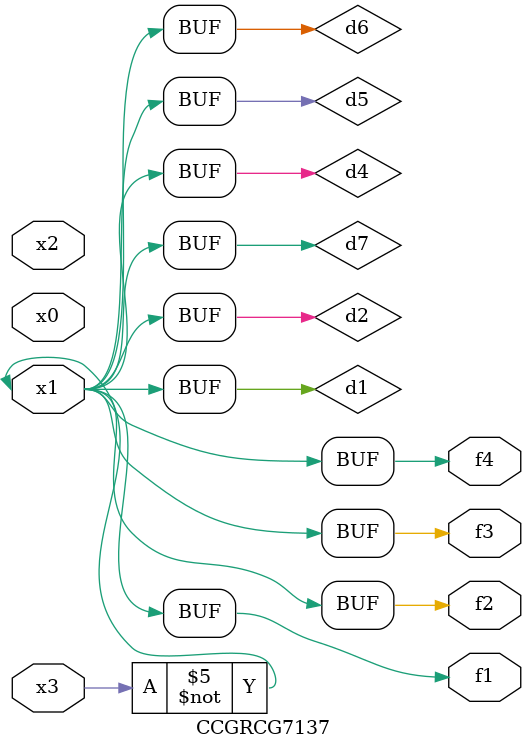
<source format=v>
module CCGRCG7137(
	input x0, x1, x2, x3,
	output f1, f2, f3, f4
);

	wire d1, d2, d3, d4, d5, d6, d7;

	not (d1, x3);
	buf (d2, x1);
	xnor (d3, d1, d2);
	nor (d4, d1);
	buf (d5, d1, d2);
	buf (d6, d4, d5);
	nand (d7, d4);
	assign f1 = d6;
	assign f2 = d7;
	assign f3 = d6;
	assign f4 = d6;
endmodule

</source>
